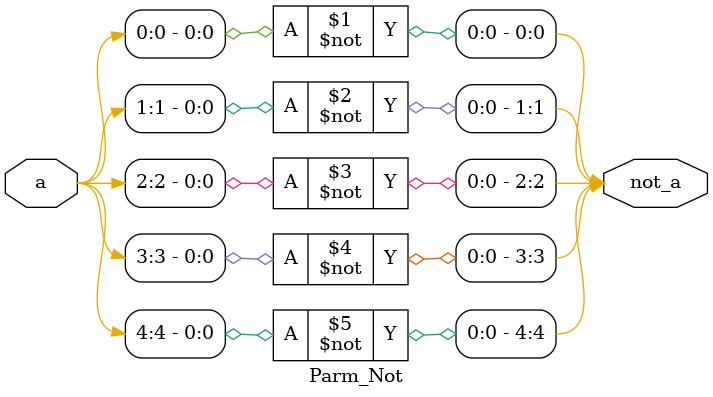
<source format=v>
`timescale 1ns / 1ps


module Parm_Not#(parameter N = 5)(a,not_a);
input [N-1:0]a;
output [N-1:0]not_a;
    genvar i;
    generate
        for (i=0; i<N; i=i+1) begin:nots 
            not not1 (not_a[i],a[i]); 
        end
    endgenerate

endmodule

</source>
